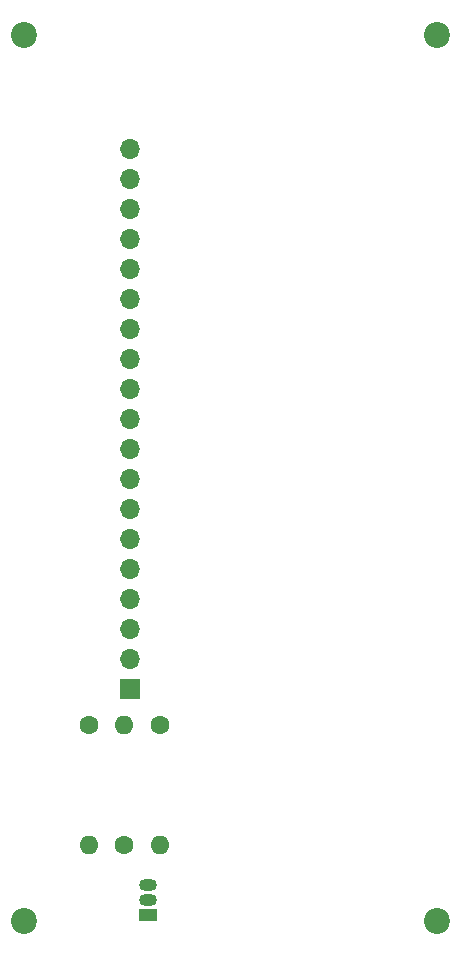
<source format=gbr>
%TF.GenerationSoftware,KiCad,Pcbnew,(6.0.6)*%
%TF.CreationDate,2022-07-04T20:27:39+02:00*%
%TF.ProjectId,vogelhuisje_camera_board,766f6765-6c68-4756-9973-6a655f63616d,rev?*%
%TF.SameCoordinates,Original*%
%TF.FileFunction,Soldermask,Bot*%
%TF.FilePolarity,Negative*%
%FSLAX46Y46*%
G04 Gerber Fmt 4.6, Leading zero omitted, Abs format (unit mm)*
G04 Created by KiCad (PCBNEW (6.0.6)) date 2022-07-04 20:27:39*
%MOMM*%
%LPD*%
G01*
G04 APERTURE LIST*
%ADD10C,2.200000*%
%ADD11R,1.500000X1.050000*%
%ADD12O,1.500000X1.050000*%
%ADD13C,1.600000*%
%ADD14O,1.600000X1.600000*%
%ADD15R,1.700000X1.700000*%
%ADD16O,1.700000X1.700000*%
G04 APERTURE END LIST*
D10*
%TO.C,REF\u002A\u002A*%
X92500000Y-72500000D03*
%TD*%
D11*
%TO.C,Q2*%
X103000000Y-147000000D03*
D12*
X103000000Y-145730000D03*
X103000000Y-144460000D03*
%TD*%
D13*
%TO.C,R1*%
X101000000Y-141080000D03*
D14*
X101000000Y-130920000D03*
%TD*%
D13*
%TO.C,R3*%
X104000000Y-130920000D03*
D14*
X104000000Y-141080000D03*
%TD*%
D10*
%TO.C,REF\u002A\u002A*%
X92500000Y-147500000D03*
%TD*%
D15*
%TO.C,J1*%
X101500000Y-127850000D03*
D16*
X101500000Y-125310000D03*
X101500000Y-122770000D03*
X101500000Y-120230000D03*
X101500000Y-117690000D03*
X101500000Y-115150000D03*
X101500000Y-112610000D03*
X101500000Y-110070000D03*
X101500000Y-107530000D03*
X101500000Y-104990000D03*
X101500000Y-102450000D03*
X101500000Y-99910000D03*
X101500000Y-97370000D03*
X101500000Y-94830000D03*
X101500000Y-92290000D03*
X101500000Y-89750000D03*
X101500000Y-87210000D03*
X101500000Y-84670000D03*
X101500000Y-82130000D03*
%TD*%
D13*
%TO.C,R4*%
X98000000Y-130920000D03*
D14*
X98000000Y-141080000D03*
%TD*%
D10*
%TO.C,REF\u002A\u002A*%
X127500000Y-72500000D03*
%TD*%
%TO.C,REF\u002A\u002A*%
X127500000Y-147500000D03*
%TD*%
M02*

</source>
